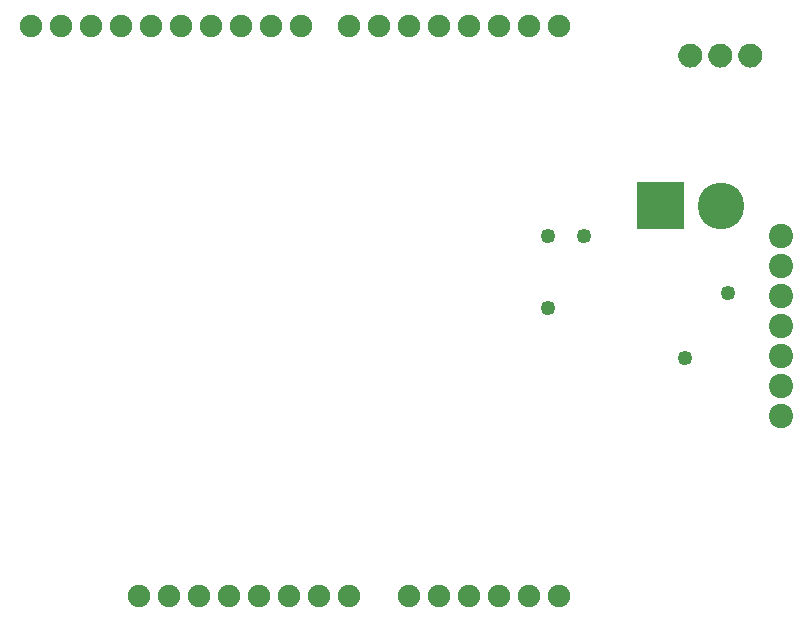
<source format=gts>
G04 MADE WITH FRITZING*
G04 WWW.FRITZING.ORG*
G04 DOUBLE SIDED*
G04 HOLES PLATED*
G04 CONTOUR ON CENTER OF CONTOUR VECTOR*
%ASAXBY*%
%FSLAX23Y23*%
%MOIN*%
%OFA0B0*%
%SFA1.0B1.0*%
%ADD10C,0.081000*%
%ADD11C,0.080972*%
%ADD12C,0.075278*%
%ADD13C,0.155669*%
%ADD14C,0.049370*%
%ADD15R,0.001000X0.001000*%
%LNMASK1*%
G90*
G70*
G54D10*
X3402Y1328D03*
X3402Y1228D03*
G54D11*
X3402Y1128D03*
X3402Y1028D03*
G54D10*
X3402Y1028D03*
X3402Y928D03*
G54D11*
X3402Y828D03*
X3402Y728D03*
G54D12*
X2262Y128D03*
X2362Y128D03*
X2462Y128D03*
X2562Y128D03*
X2662Y128D03*
X1802Y2028D03*
X1702Y2028D03*
X1602Y2028D03*
X1502Y2028D03*
X1402Y2028D03*
X1302Y2028D03*
X1202Y2028D03*
X1102Y2028D03*
X1002Y2028D03*
X902Y2028D03*
X2662Y2028D03*
X2562Y2028D03*
X2462Y2028D03*
X2362Y2028D03*
X2262Y2028D03*
X2162Y2028D03*
X2062Y2028D03*
X1962Y2028D03*
X1362Y128D03*
X1262Y128D03*
X1462Y128D03*
X1562Y128D03*
X1662Y128D03*
X1762Y128D03*
X1862Y128D03*
X1962Y128D03*
X2162Y128D03*
G54D13*
X3202Y1428D03*
X3002Y1428D03*
X3202Y1428D03*
X3002Y1428D03*
G54D14*
X3228Y1136D03*
X2748Y1328D03*
X2628Y1328D03*
X2628Y1088D03*
X3084Y920D03*
G54D15*
X3094Y1968D02*
X3108Y1968D01*
X3194Y1968D02*
X3208Y1968D01*
X3294Y1968D02*
X3308Y1968D01*
X3090Y1967D02*
X3112Y1967D01*
X3190Y1967D02*
X3212Y1967D01*
X3290Y1967D02*
X3312Y1967D01*
X3087Y1966D02*
X3115Y1966D01*
X3187Y1966D02*
X3215Y1966D01*
X3287Y1966D02*
X3315Y1966D01*
X3085Y1965D02*
X3117Y1965D01*
X3185Y1965D02*
X3217Y1965D01*
X3285Y1965D02*
X3317Y1965D01*
X3083Y1964D02*
X3119Y1964D01*
X3183Y1964D02*
X3219Y1964D01*
X3283Y1964D02*
X3319Y1964D01*
X3081Y1963D02*
X3121Y1963D01*
X3181Y1963D02*
X3221Y1963D01*
X3281Y1963D02*
X3321Y1963D01*
X3079Y1962D02*
X3123Y1962D01*
X3179Y1962D02*
X3223Y1962D01*
X3279Y1962D02*
X3323Y1962D01*
X3078Y1961D02*
X3124Y1961D01*
X3178Y1961D02*
X3224Y1961D01*
X3278Y1961D02*
X3324Y1961D01*
X3077Y1960D02*
X3125Y1960D01*
X3177Y1960D02*
X3225Y1960D01*
X3277Y1960D02*
X3325Y1960D01*
X3075Y1959D02*
X3127Y1959D01*
X3175Y1959D02*
X3227Y1959D01*
X3275Y1959D02*
X3327Y1959D01*
X3074Y1958D02*
X3128Y1958D01*
X3174Y1958D02*
X3228Y1958D01*
X3274Y1958D02*
X3328Y1958D01*
X3073Y1957D02*
X3129Y1957D01*
X3173Y1957D02*
X3229Y1957D01*
X3273Y1957D02*
X3329Y1957D01*
X3072Y1956D02*
X3130Y1956D01*
X3172Y1956D02*
X3230Y1956D01*
X3272Y1956D02*
X3330Y1956D01*
X3071Y1955D02*
X3131Y1955D01*
X3171Y1955D02*
X3231Y1955D01*
X3271Y1955D02*
X3331Y1955D01*
X3071Y1954D02*
X3132Y1954D01*
X3171Y1954D02*
X3232Y1954D01*
X3271Y1954D02*
X3332Y1954D01*
X3070Y1953D02*
X3132Y1953D01*
X3170Y1953D02*
X3232Y1953D01*
X3270Y1953D02*
X3332Y1953D01*
X3069Y1952D02*
X3133Y1952D01*
X3169Y1952D02*
X3233Y1952D01*
X3269Y1952D02*
X3333Y1952D01*
X3068Y1951D02*
X3134Y1951D01*
X3168Y1951D02*
X3234Y1951D01*
X3268Y1951D02*
X3334Y1951D01*
X3068Y1950D02*
X3134Y1950D01*
X3168Y1950D02*
X3234Y1950D01*
X3268Y1950D02*
X3334Y1950D01*
X3067Y1949D02*
X3135Y1949D01*
X3167Y1949D02*
X3235Y1949D01*
X3267Y1949D02*
X3335Y1949D01*
X3067Y1948D02*
X3136Y1948D01*
X3167Y1948D02*
X3236Y1948D01*
X3267Y1948D02*
X3336Y1948D01*
X3066Y1947D02*
X3136Y1947D01*
X3166Y1947D02*
X3236Y1947D01*
X3266Y1947D02*
X3336Y1947D01*
X3066Y1946D02*
X3137Y1946D01*
X3166Y1946D02*
X3237Y1946D01*
X3266Y1946D02*
X3337Y1946D01*
X3065Y1945D02*
X3137Y1945D01*
X3165Y1945D02*
X3237Y1945D01*
X3265Y1945D02*
X3337Y1945D01*
X3065Y1944D02*
X3138Y1944D01*
X3165Y1944D02*
X3238Y1944D01*
X3265Y1944D02*
X3338Y1944D01*
X3064Y1943D02*
X3138Y1943D01*
X3164Y1943D02*
X3238Y1943D01*
X3264Y1943D02*
X3338Y1943D01*
X3064Y1942D02*
X3138Y1942D01*
X3164Y1942D02*
X3238Y1942D01*
X3264Y1942D02*
X3338Y1942D01*
X3064Y1941D02*
X3139Y1941D01*
X3164Y1941D02*
X3239Y1941D01*
X3264Y1941D02*
X3339Y1941D01*
X3063Y1940D02*
X3139Y1940D01*
X3163Y1940D02*
X3239Y1940D01*
X3263Y1940D02*
X3339Y1940D01*
X3063Y1939D02*
X3139Y1939D01*
X3163Y1939D02*
X3239Y1939D01*
X3263Y1939D02*
X3339Y1939D01*
X3063Y1938D02*
X3139Y1938D01*
X3163Y1938D02*
X3239Y1938D01*
X3263Y1938D02*
X3339Y1938D01*
X3063Y1937D02*
X3140Y1937D01*
X3163Y1937D02*
X3240Y1937D01*
X3263Y1937D02*
X3340Y1937D01*
X3062Y1936D02*
X3140Y1936D01*
X3162Y1936D02*
X3240Y1936D01*
X3262Y1936D02*
X3340Y1936D01*
X3062Y1935D02*
X3140Y1935D01*
X3162Y1935D02*
X3240Y1935D01*
X3262Y1935D02*
X3340Y1935D01*
X3062Y1934D02*
X3140Y1934D01*
X3162Y1934D02*
X3240Y1934D01*
X3262Y1934D02*
X3340Y1934D01*
X3062Y1933D02*
X3140Y1933D01*
X3162Y1933D02*
X3240Y1933D01*
X3262Y1933D02*
X3340Y1933D01*
X3062Y1932D02*
X3140Y1932D01*
X3162Y1932D02*
X3240Y1932D01*
X3262Y1932D02*
X3340Y1932D01*
X3062Y1931D02*
X3140Y1931D01*
X3162Y1931D02*
X3240Y1931D01*
X3262Y1931D02*
X3340Y1931D01*
X3062Y1930D02*
X3141Y1930D01*
X3162Y1930D02*
X3241Y1930D01*
X3262Y1930D02*
X3341Y1930D01*
X3062Y1929D02*
X3141Y1929D01*
X3162Y1929D02*
X3241Y1929D01*
X3262Y1929D02*
X3341Y1929D01*
X3062Y1928D02*
X3141Y1928D01*
X3162Y1928D02*
X3241Y1928D01*
X3262Y1928D02*
X3341Y1928D01*
X3062Y1927D02*
X3140Y1927D01*
X3162Y1927D02*
X3240Y1927D01*
X3262Y1927D02*
X3340Y1927D01*
X3062Y1926D02*
X3140Y1926D01*
X3162Y1926D02*
X3240Y1926D01*
X3262Y1926D02*
X3340Y1926D01*
X3062Y1925D02*
X3140Y1925D01*
X3162Y1925D02*
X3240Y1925D01*
X3262Y1925D02*
X3340Y1925D01*
X3062Y1924D02*
X3140Y1924D01*
X3162Y1924D02*
X3240Y1924D01*
X3262Y1924D02*
X3340Y1924D01*
X3062Y1923D02*
X3140Y1923D01*
X3162Y1923D02*
X3240Y1923D01*
X3262Y1923D02*
X3340Y1923D01*
X3062Y1922D02*
X3140Y1922D01*
X3162Y1922D02*
X3240Y1922D01*
X3262Y1922D02*
X3340Y1922D01*
X3062Y1921D02*
X3140Y1921D01*
X3162Y1921D02*
X3240Y1921D01*
X3262Y1921D02*
X3340Y1921D01*
X3063Y1920D02*
X3140Y1920D01*
X3163Y1920D02*
X3240Y1920D01*
X3263Y1920D02*
X3340Y1920D01*
X3063Y1919D02*
X3139Y1919D01*
X3163Y1919D02*
X3239Y1919D01*
X3263Y1919D02*
X3339Y1919D01*
X3063Y1918D02*
X3139Y1918D01*
X3163Y1918D02*
X3239Y1918D01*
X3263Y1918D02*
X3339Y1918D01*
X3063Y1917D02*
X3139Y1917D01*
X3163Y1917D02*
X3239Y1917D01*
X3263Y1917D02*
X3339Y1917D01*
X3064Y1916D02*
X3138Y1916D01*
X3164Y1916D02*
X3238Y1916D01*
X3264Y1916D02*
X3338Y1916D01*
X3064Y1915D02*
X3138Y1915D01*
X3164Y1915D02*
X3238Y1915D01*
X3264Y1915D02*
X3338Y1915D01*
X3064Y1914D02*
X3138Y1914D01*
X3164Y1914D02*
X3238Y1914D01*
X3264Y1914D02*
X3338Y1914D01*
X3065Y1913D02*
X3137Y1913D01*
X3165Y1913D02*
X3237Y1913D01*
X3265Y1913D02*
X3337Y1913D01*
X3065Y1912D02*
X3137Y1912D01*
X3165Y1912D02*
X3237Y1912D01*
X3265Y1912D02*
X3337Y1912D01*
X3066Y1911D02*
X3136Y1911D01*
X3166Y1911D02*
X3236Y1911D01*
X3266Y1911D02*
X3336Y1911D01*
X3066Y1910D02*
X3136Y1910D01*
X3166Y1910D02*
X3236Y1910D01*
X3266Y1910D02*
X3336Y1910D01*
X3067Y1909D02*
X3135Y1909D01*
X3167Y1909D02*
X3235Y1909D01*
X3267Y1909D02*
X3335Y1909D01*
X3067Y1908D02*
X3135Y1908D01*
X3167Y1908D02*
X3235Y1908D01*
X3267Y1908D02*
X3335Y1908D01*
X3068Y1907D02*
X3134Y1907D01*
X3168Y1907D02*
X3234Y1907D01*
X3268Y1907D02*
X3334Y1907D01*
X3069Y1906D02*
X3133Y1906D01*
X3169Y1906D02*
X3233Y1906D01*
X3269Y1906D02*
X3333Y1906D01*
X3070Y1905D02*
X3133Y1905D01*
X3170Y1905D02*
X3233Y1905D01*
X3270Y1905D02*
X3333Y1905D01*
X3070Y1904D02*
X3132Y1904D01*
X3170Y1904D02*
X3232Y1904D01*
X3270Y1904D02*
X3332Y1904D01*
X3071Y1903D02*
X3131Y1903D01*
X3171Y1903D02*
X3231Y1903D01*
X3271Y1903D02*
X3331Y1903D01*
X3072Y1902D02*
X3130Y1902D01*
X3172Y1902D02*
X3230Y1902D01*
X3272Y1902D02*
X3330Y1902D01*
X3073Y1901D02*
X3129Y1901D01*
X3173Y1901D02*
X3229Y1901D01*
X3273Y1901D02*
X3329Y1901D01*
X3074Y1900D02*
X3128Y1900D01*
X3174Y1900D02*
X3228Y1900D01*
X3274Y1900D02*
X3328Y1900D01*
X3075Y1899D02*
X3127Y1899D01*
X3175Y1899D02*
X3227Y1899D01*
X3275Y1899D02*
X3327Y1899D01*
X3076Y1898D02*
X3126Y1898D01*
X3176Y1898D02*
X3226Y1898D01*
X3276Y1898D02*
X3326Y1898D01*
X3077Y1897D02*
X3125Y1897D01*
X3177Y1897D02*
X3225Y1897D01*
X3277Y1897D02*
X3325Y1897D01*
X3079Y1896D02*
X3123Y1896D01*
X3179Y1896D02*
X3223Y1896D01*
X3279Y1896D02*
X3323Y1896D01*
X3080Y1895D02*
X3122Y1895D01*
X3180Y1895D02*
X3222Y1895D01*
X3280Y1895D02*
X3322Y1895D01*
X3082Y1894D02*
X3120Y1894D01*
X3182Y1894D02*
X3220Y1894D01*
X3282Y1894D02*
X3320Y1894D01*
X3084Y1893D02*
X3118Y1893D01*
X3184Y1893D02*
X3218Y1893D01*
X3284Y1893D02*
X3318Y1893D01*
X3086Y1892D02*
X3116Y1892D01*
X3186Y1892D02*
X3216Y1892D01*
X3286Y1892D02*
X3316Y1892D01*
X3089Y1891D02*
X3114Y1891D01*
X3189Y1891D02*
X3214Y1891D01*
X3289Y1891D02*
X3314Y1891D01*
X3092Y1890D02*
X3110Y1890D01*
X3192Y1890D02*
X3210Y1890D01*
X3292Y1890D02*
X3310Y1890D01*
X3098Y1889D02*
X3104Y1889D01*
X3198Y1889D02*
X3204Y1889D01*
X3298Y1889D02*
X3304Y1889D01*
X2924Y1506D02*
X3078Y1506D01*
X2924Y1505D02*
X3078Y1505D01*
X2924Y1504D02*
X3078Y1504D01*
X2924Y1503D02*
X3078Y1503D01*
X2924Y1502D02*
X3078Y1502D01*
X2924Y1501D02*
X3078Y1501D01*
X2924Y1500D02*
X3078Y1500D01*
X2924Y1499D02*
X3078Y1499D01*
X2924Y1498D02*
X3078Y1498D01*
X2924Y1497D02*
X3078Y1497D01*
X2924Y1496D02*
X3078Y1496D01*
X2924Y1495D02*
X3078Y1495D01*
X2924Y1494D02*
X3078Y1494D01*
X2924Y1493D02*
X3078Y1493D01*
X2924Y1492D02*
X3078Y1492D01*
X2924Y1491D02*
X3078Y1491D01*
X2924Y1490D02*
X3078Y1490D01*
X2924Y1489D02*
X3078Y1489D01*
X2924Y1488D02*
X3078Y1488D01*
X2924Y1487D02*
X3078Y1487D01*
X2924Y1486D02*
X3078Y1486D01*
X2924Y1485D02*
X3078Y1485D01*
X2924Y1484D02*
X3078Y1484D01*
X2924Y1483D02*
X3078Y1483D01*
X2924Y1482D02*
X3078Y1482D01*
X2924Y1481D02*
X3078Y1481D01*
X2924Y1480D02*
X3078Y1480D01*
X2924Y1479D02*
X3078Y1479D01*
X2924Y1478D02*
X3078Y1478D01*
X2924Y1477D02*
X3078Y1477D01*
X2924Y1476D02*
X3078Y1476D01*
X2924Y1475D02*
X3078Y1475D01*
X2924Y1474D02*
X3078Y1474D01*
X2924Y1473D02*
X3078Y1473D01*
X2924Y1472D02*
X3078Y1472D01*
X2924Y1471D02*
X2998Y1471D01*
X3004Y1471D02*
X3078Y1471D01*
X2924Y1470D02*
X2991Y1470D01*
X3011Y1470D02*
X3078Y1470D01*
X2924Y1469D02*
X2987Y1469D01*
X3015Y1469D02*
X3078Y1469D01*
X2924Y1468D02*
X2984Y1468D01*
X3018Y1468D02*
X3078Y1468D01*
X2924Y1467D02*
X2982Y1467D01*
X3020Y1467D02*
X3078Y1467D01*
X2924Y1466D02*
X2980Y1466D01*
X3022Y1466D02*
X3078Y1466D01*
X2924Y1465D02*
X2979Y1465D01*
X3024Y1465D02*
X3078Y1465D01*
X2924Y1464D02*
X2977Y1464D01*
X3025Y1464D02*
X3078Y1464D01*
X2924Y1463D02*
X2976Y1463D01*
X3026Y1463D02*
X3078Y1463D01*
X2924Y1462D02*
X2974Y1462D01*
X3028Y1462D02*
X3078Y1462D01*
X2924Y1461D02*
X2973Y1461D01*
X3029Y1461D02*
X3078Y1461D01*
X2924Y1460D02*
X2972Y1460D01*
X3030Y1460D02*
X3078Y1460D01*
X2924Y1459D02*
X2971Y1459D01*
X3031Y1459D02*
X3078Y1459D01*
X2924Y1458D02*
X2970Y1458D01*
X3032Y1458D02*
X3078Y1458D01*
X2924Y1457D02*
X2969Y1457D01*
X3033Y1457D02*
X3078Y1457D01*
X2924Y1456D02*
X2968Y1456D01*
X3034Y1456D02*
X3078Y1456D01*
X2924Y1455D02*
X2967Y1455D01*
X3035Y1455D02*
X3078Y1455D01*
X2924Y1454D02*
X2967Y1454D01*
X3036Y1454D02*
X3078Y1454D01*
X2924Y1453D02*
X2966Y1453D01*
X3036Y1453D02*
X3078Y1453D01*
X2924Y1452D02*
X2965Y1452D01*
X3037Y1452D02*
X3078Y1452D01*
X2924Y1451D02*
X2965Y1451D01*
X3038Y1451D02*
X3078Y1451D01*
X2924Y1450D02*
X2964Y1450D01*
X3038Y1450D02*
X3078Y1450D01*
X2924Y1449D02*
X2963Y1449D01*
X3039Y1449D02*
X3078Y1449D01*
X2924Y1448D02*
X2963Y1448D01*
X3039Y1448D02*
X3078Y1448D01*
X2924Y1447D02*
X2962Y1447D01*
X3040Y1447D02*
X3078Y1447D01*
X2924Y1446D02*
X2962Y1446D01*
X3040Y1446D02*
X3078Y1446D01*
X2924Y1445D02*
X2961Y1445D01*
X3041Y1445D02*
X3078Y1445D01*
X2924Y1444D02*
X2961Y1444D01*
X3041Y1444D02*
X3078Y1444D01*
X2924Y1443D02*
X2961Y1443D01*
X3041Y1443D02*
X3078Y1443D01*
X2924Y1442D02*
X2960Y1442D01*
X3042Y1442D02*
X3078Y1442D01*
X2924Y1441D02*
X2960Y1441D01*
X3042Y1441D02*
X3078Y1441D01*
X2924Y1440D02*
X2960Y1440D01*
X3042Y1440D02*
X3078Y1440D01*
X2924Y1439D02*
X2960Y1439D01*
X3043Y1439D02*
X3078Y1439D01*
X2924Y1438D02*
X2959Y1438D01*
X3043Y1438D02*
X3078Y1438D01*
X2924Y1437D02*
X2959Y1437D01*
X3043Y1437D02*
X3078Y1437D01*
X2924Y1436D02*
X2959Y1436D01*
X3043Y1436D02*
X3078Y1436D01*
X2924Y1435D02*
X2959Y1435D01*
X3043Y1435D02*
X3078Y1435D01*
X2924Y1434D02*
X2959Y1434D01*
X3043Y1434D02*
X3078Y1434D01*
X2924Y1433D02*
X2959Y1433D01*
X3044Y1433D02*
X3078Y1433D01*
X2924Y1432D02*
X2958Y1432D01*
X3044Y1432D02*
X3078Y1432D01*
X2924Y1431D02*
X2958Y1431D01*
X3044Y1431D02*
X3078Y1431D01*
X2924Y1430D02*
X2958Y1430D01*
X3044Y1430D02*
X3078Y1430D01*
X2924Y1429D02*
X2958Y1429D01*
X3044Y1429D02*
X3078Y1429D01*
X2924Y1428D02*
X2958Y1428D01*
X3044Y1428D02*
X3078Y1428D01*
X2924Y1427D02*
X2958Y1427D01*
X3044Y1427D02*
X3078Y1427D01*
X2924Y1426D02*
X2958Y1426D01*
X3044Y1426D02*
X3078Y1426D01*
X2924Y1425D02*
X2959Y1425D01*
X3044Y1425D02*
X3078Y1425D01*
X2924Y1424D02*
X2959Y1424D01*
X3044Y1424D02*
X3078Y1424D01*
X2924Y1423D02*
X2959Y1423D01*
X3043Y1423D02*
X3078Y1423D01*
X2924Y1422D02*
X2959Y1422D01*
X3043Y1422D02*
X3078Y1422D01*
X2924Y1421D02*
X2959Y1421D01*
X3043Y1421D02*
X3078Y1421D01*
X2924Y1420D02*
X2959Y1420D01*
X3043Y1420D02*
X3078Y1420D01*
X2924Y1419D02*
X2959Y1419D01*
X3043Y1419D02*
X3078Y1419D01*
X2924Y1418D02*
X2960Y1418D01*
X3042Y1418D02*
X3078Y1418D01*
X2924Y1417D02*
X2960Y1417D01*
X3042Y1417D02*
X3078Y1417D01*
X2924Y1416D02*
X2960Y1416D01*
X3042Y1416D02*
X3078Y1416D01*
X2924Y1415D02*
X2961Y1415D01*
X3042Y1415D02*
X3078Y1415D01*
X2924Y1414D02*
X2961Y1414D01*
X3041Y1414D02*
X3078Y1414D01*
X2924Y1413D02*
X2961Y1413D01*
X3041Y1413D02*
X3078Y1413D01*
X2924Y1412D02*
X2962Y1412D01*
X3040Y1412D02*
X3078Y1412D01*
X2924Y1411D02*
X2962Y1411D01*
X3040Y1411D02*
X3078Y1411D01*
X2924Y1410D02*
X2963Y1410D01*
X3039Y1410D02*
X3078Y1410D01*
X2924Y1409D02*
X2963Y1409D01*
X3039Y1409D02*
X3078Y1409D01*
X2924Y1408D02*
X2964Y1408D01*
X3038Y1408D02*
X3078Y1408D01*
X2924Y1407D02*
X2964Y1407D01*
X3038Y1407D02*
X3078Y1407D01*
X2924Y1406D02*
X2965Y1406D01*
X3037Y1406D02*
X3078Y1406D01*
X2924Y1405D02*
X2966Y1405D01*
X3036Y1405D02*
X3078Y1405D01*
X2924Y1404D02*
X2966Y1404D01*
X3036Y1404D02*
X3078Y1404D01*
X2924Y1403D02*
X2967Y1403D01*
X3035Y1403D02*
X3078Y1403D01*
X2924Y1402D02*
X2968Y1402D01*
X3034Y1402D02*
X3078Y1402D01*
X2924Y1401D02*
X2969Y1401D01*
X3033Y1401D02*
X3078Y1401D01*
X2924Y1400D02*
X2970Y1400D01*
X3032Y1400D02*
X3078Y1400D01*
X2924Y1399D02*
X2971Y1399D01*
X3031Y1399D02*
X3078Y1399D01*
X2924Y1398D02*
X2972Y1398D01*
X3030Y1398D02*
X3078Y1398D01*
X2924Y1397D02*
X2973Y1397D01*
X3029Y1397D02*
X3078Y1397D01*
X2924Y1396D02*
X2974Y1396D01*
X3028Y1396D02*
X3078Y1396D01*
X2924Y1395D02*
X2975Y1395D01*
X3027Y1395D02*
X3078Y1395D01*
X2924Y1394D02*
X2977Y1394D01*
X3025Y1394D02*
X3078Y1394D01*
X2924Y1393D02*
X2978Y1393D01*
X3024Y1393D02*
X3078Y1393D01*
X2924Y1392D02*
X2980Y1392D01*
X3022Y1392D02*
X3078Y1392D01*
X2924Y1391D02*
X2982Y1391D01*
X3020Y1391D02*
X3078Y1391D01*
X2924Y1390D02*
X2984Y1390D01*
X3018Y1390D02*
X3078Y1390D01*
X2924Y1389D02*
X2986Y1389D01*
X3016Y1389D02*
X3078Y1389D01*
X2924Y1388D02*
X2990Y1388D01*
X3012Y1388D02*
X3078Y1388D01*
X2924Y1387D02*
X2995Y1387D01*
X3007Y1387D02*
X3078Y1387D01*
X2924Y1386D02*
X3078Y1386D01*
X2924Y1385D02*
X3078Y1385D01*
X2924Y1384D02*
X3078Y1384D01*
X2924Y1383D02*
X3078Y1383D01*
X2924Y1382D02*
X3078Y1382D01*
X2924Y1381D02*
X3078Y1381D01*
X2924Y1380D02*
X3078Y1380D01*
X2924Y1379D02*
X3078Y1379D01*
X2924Y1378D02*
X3078Y1378D01*
X2924Y1377D02*
X3078Y1377D01*
X2924Y1376D02*
X3078Y1376D01*
X2924Y1375D02*
X3078Y1375D01*
X2924Y1374D02*
X3078Y1374D01*
X2924Y1373D02*
X3078Y1373D01*
X2924Y1372D02*
X3078Y1372D01*
X2924Y1371D02*
X3078Y1371D01*
X2924Y1370D02*
X3078Y1370D01*
X2924Y1369D02*
X3078Y1369D01*
X2924Y1368D02*
X3078Y1368D01*
X2924Y1367D02*
X3078Y1367D01*
X2924Y1366D02*
X3078Y1366D01*
X2924Y1365D02*
X3078Y1365D01*
X2924Y1364D02*
X3078Y1364D01*
X2924Y1363D02*
X3078Y1363D01*
X2924Y1362D02*
X3078Y1362D01*
X2924Y1361D02*
X3078Y1361D01*
X2924Y1360D02*
X3078Y1360D01*
X2924Y1359D02*
X3078Y1359D01*
X2924Y1358D02*
X3078Y1358D01*
X2924Y1357D02*
X3078Y1357D01*
X2924Y1356D02*
X3078Y1356D01*
X2924Y1355D02*
X3078Y1355D01*
X2924Y1354D02*
X3078Y1354D01*
X2924Y1353D02*
X3078Y1353D01*
X2924Y1352D02*
X3078Y1352D01*
D02*
G04 End of Mask1*
M02*
</source>
